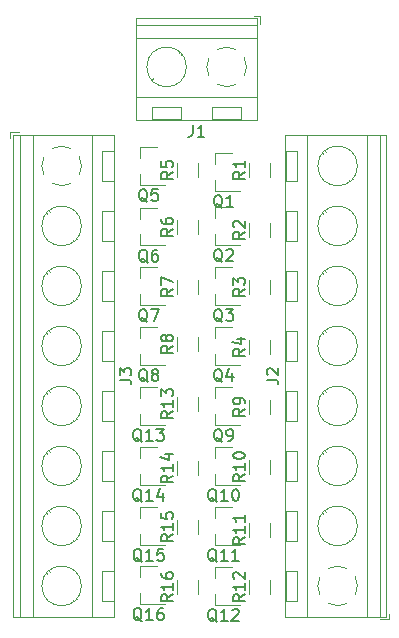
<source format=gbr>
%TF.GenerationSoftware,KiCad,Pcbnew,6.0.0-unknown-30ec895~86~ubuntu16.04.1*%
%TF.CreationDate,2021-05-25T09:51:37+03:00*%
%TF.ProjectId,npn-to-pnp,6e706e2d-746f-42d7-906e-702e6b696361,rev?*%
%TF.SameCoordinates,Original*%
%TF.FileFunction,Legend,Top*%
%TF.FilePolarity,Positive*%
%FSLAX46Y46*%
G04 Gerber Fmt 4.6, Leading zero omitted, Abs format (unit mm)*
G04 Created by KiCad (PCBNEW 6.0.0-unknown-30ec895~86~ubuntu16.04.1) date 2021-05-25 09:51:37*
%MOMM*%
%LPD*%
G04 APERTURE LIST*
%ADD10C,0.120000*%
%ADD11C,0.150000*%
G04 APERTURE END LIST*
D10*
%TO.C,R16*%
X100702000Y-89396000D02*
X100702000Y-90596000D01*
X98942000Y-90596000D02*
X98942000Y-89396000D01*
%TO.C,R15*%
X100702000Y-84316000D02*
X100702000Y-85516000D01*
X98942000Y-85516000D02*
X98942000Y-84316000D01*
%TO.C,R14*%
X100702000Y-79330000D02*
X100702000Y-80530000D01*
X98942000Y-80530000D02*
X98942000Y-79330000D01*
%TO.C,R13*%
X100702000Y-73902000D02*
X100702000Y-75102000D01*
X98942000Y-75102000D02*
X98942000Y-73902000D01*
%TO.C,R12*%
X106798000Y-89396000D02*
X106798000Y-90596000D01*
X105038000Y-90596000D02*
X105038000Y-89396000D01*
%TO.C,R11*%
X106798000Y-84570000D02*
X106798000Y-85770000D01*
X105038000Y-85770000D02*
X105038000Y-84570000D01*
%TO.C,R10*%
X106798000Y-79236000D02*
X106798000Y-80436000D01*
X105038000Y-80436000D02*
X105038000Y-79236000D01*
%TO.C,R9*%
X106798000Y-74156000D02*
X106798000Y-75356000D01*
X105038000Y-75356000D02*
X105038000Y-74156000D01*
%TO.C,R8*%
X100702000Y-68822000D02*
X100702000Y-70022000D01*
X98942000Y-70022000D02*
X98942000Y-68822000D01*
%TO.C,R7*%
X100702000Y-63996000D02*
X100702000Y-65196000D01*
X98942000Y-65196000D02*
X98942000Y-63996000D01*
%TO.C,R6*%
X100702000Y-58916000D02*
X100702000Y-60116000D01*
X98942000Y-60116000D02*
X98942000Y-58916000D01*
%TO.C,R5*%
X100702000Y-54090000D02*
X100702000Y-55290000D01*
X98942000Y-55290000D02*
X98942000Y-54090000D01*
%TO.C,R4*%
X106798000Y-69076000D02*
X106798000Y-70276000D01*
X105038000Y-70276000D02*
X105038000Y-69076000D01*
%TO.C,R3*%
X106798000Y-63996000D02*
X106798000Y-65196000D01*
X105038000Y-65196000D02*
X105038000Y-63996000D01*
%TO.C,R2*%
X106798000Y-59170000D02*
X106798000Y-60370000D01*
X105038000Y-60370000D02*
X105038000Y-59170000D01*
%TO.C,R1*%
X106798000Y-54090000D02*
X106798000Y-55290000D01*
X105038000Y-55290000D02*
X105038000Y-54090000D01*
%TO.C,Q16*%
X95776000Y-88270000D02*
X95776000Y-89200000D01*
X95776000Y-91430000D02*
X95776000Y-90500000D01*
X95776000Y-91430000D02*
X97936000Y-91430000D01*
X95776000Y-88270000D02*
X97236000Y-88270000D01*
%TO.C,Q15*%
X95776000Y-83256000D02*
X95776000Y-84186000D01*
X95776000Y-86416000D02*
X95776000Y-85486000D01*
X95776000Y-86416000D02*
X97936000Y-86416000D01*
X95776000Y-83256000D02*
X97236000Y-83256000D01*
%TO.C,Q14*%
X95760000Y-78176000D02*
X95760000Y-79106000D01*
X95760000Y-81336000D02*
X95760000Y-80406000D01*
X95760000Y-81336000D02*
X97920000Y-81336000D01*
X95760000Y-78176000D02*
X97220000Y-78176000D01*
%TO.C,Q13*%
X95760000Y-73096000D02*
X95760000Y-74026000D01*
X95760000Y-76256000D02*
X95760000Y-75326000D01*
X95760000Y-76256000D02*
X97920000Y-76256000D01*
X95760000Y-73096000D02*
X97220000Y-73096000D01*
%TO.C,Q12*%
X102110000Y-88336000D02*
X102110000Y-89266000D01*
X102110000Y-91496000D02*
X102110000Y-90566000D01*
X102110000Y-91496000D02*
X104270000Y-91496000D01*
X102110000Y-88336000D02*
X103570000Y-88336000D01*
%TO.C,Q11*%
X102110000Y-83256000D02*
X102110000Y-84186000D01*
X102110000Y-86416000D02*
X102110000Y-85486000D01*
X102110000Y-86416000D02*
X104270000Y-86416000D01*
X102110000Y-83256000D02*
X103570000Y-83256000D01*
%TO.C,Q10*%
X102110000Y-78176000D02*
X102110000Y-79106000D01*
X102110000Y-81336000D02*
X102110000Y-80406000D01*
X102110000Y-81336000D02*
X104270000Y-81336000D01*
X102110000Y-78176000D02*
X103570000Y-78176000D01*
%TO.C,Q9*%
X102110000Y-73096000D02*
X102110000Y-74026000D01*
X102110000Y-76256000D02*
X102110000Y-75326000D01*
X102110000Y-76256000D02*
X104270000Y-76256000D01*
X102110000Y-73096000D02*
X103570000Y-73096000D01*
%TO.C,Q8*%
X95776000Y-68016000D02*
X95776000Y-68946000D01*
X95776000Y-71176000D02*
X95776000Y-70246000D01*
X95776000Y-71176000D02*
X97936000Y-71176000D01*
X95776000Y-68016000D02*
X97236000Y-68016000D01*
%TO.C,Q7*%
X95760000Y-62936000D02*
X95760000Y-63866000D01*
X95760000Y-66096000D02*
X95760000Y-65166000D01*
X95760000Y-66096000D02*
X97920000Y-66096000D01*
X95760000Y-62936000D02*
X97220000Y-62936000D01*
%TO.C,Q6*%
X95776000Y-57922000D02*
X95776000Y-58852000D01*
X95776000Y-61082000D02*
X95776000Y-60152000D01*
X95776000Y-61082000D02*
X97936000Y-61082000D01*
X95776000Y-57922000D02*
X97236000Y-57922000D01*
%TO.C,Q5*%
X95760000Y-52776000D02*
X95760000Y-53706000D01*
X95760000Y-55936000D02*
X95760000Y-55006000D01*
X95760000Y-55936000D02*
X97920000Y-55936000D01*
X95760000Y-52776000D02*
X97220000Y-52776000D01*
%TO.C,Q4*%
X102110000Y-68016000D02*
X102110000Y-68946000D01*
X102110000Y-71176000D02*
X102110000Y-70246000D01*
X102110000Y-71176000D02*
X104270000Y-71176000D01*
X102110000Y-68016000D02*
X103570000Y-68016000D01*
%TO.C,Q3*%
X102110000Y-62936000D02*
X102110000Y-63866000D01*
X102110000Y-66096000D02*
X102110000Y-65166000D01*
X102110000Y-66096000D02*
X104270000Y-66096000D01*
X102110000Y-62936000D02*
X103570000Y-62936000D01*
%TO.C,Q2*%
X102110000Y-57856000D02*
X102110000Y-58786000D01*
X102110000Y-61016000D02*
X102110000Y-60086000D01*
X102110000Y-61016000D02*
X104270000Y-61016000D01*
X102110000Y-57856000D02*
X103570000Y-57856000D01*
%TO.C,Q1*%
X102110000Y-53284000D02*
X102110000Y-54214000D01*
X102110000Y-56444000D02*
X102110000Y-55514000D01*
X102110000Y-56444000D02*
X104270000Y-56444000D01*
X102110000Y-53284000D02*
X103570000Y-53284000D01*
%TO.C,J3*%
X90834000Y-59436000D02*
G75*
G03X90834000Y-59436000I-1680000J0D01*
G01*
X90834000Y-64516000D02*
G75*
G03X90834000Y-64516000I-1680000J0D01*
G01*
X90834000Y-69596000D02*
G75*
G03X90834000Y-69596000I-1680000J0D01*
G01*
X90834000Y-74676000D02*
G75*
G03X90834000Y-74676000I-1680000J0D01*
G01*
X90834000Y-79756000D02*
G75*
G03X90834000Y-79756000I-1680000J0D01*
G01*
X90834000Y-84836000D02*
G75*
G03X90834000Y-84836000I-1680000J0D01*
G01*
X90834000Y-89916000D02*
G75*
G03X90834000Y-89916000I-1680000J0D01*
G01*
X85604000Y-51756000D02*
X85604000Y-92516000D01*
X86704000Y-51756000D02*
X86704000Y-92516000D01*
X91704000Y-51756000D02*
X91704000Y-92516000D01*
X93614000Y-51756000D02*
X85044000Y-51756000D01*
X85044000Y-51756000D02*
X85044000Y-92516000D01*
X85044000Y-92516000D02*
X93614000Y-92516000D01*
X93614000Y-92516000D02*
X93614000Y-51756000D01*
X93554000Y-53106000D02*
X93554000Y-55606000D01*
X92554000Y-53106000D02*
X92554000Y-55606000D01*
X93554000Y-53106000D02*
X92554000Y-53106000D01*
X93554000Y-55606000D02*
X92554000Y-55606000D01*
X90223000Y-60711000D02*
X90130000Y-60617000D01*
X87938000Y-58426000D02*
X87880000Y-58367000D01*
X90429000Y-60506000D02*
X90370000Y-60447000D01*
X88178000Y-58256000D02*
X88085000Y-58162000D01*
X93554000Y-58186000D02*
X93554000Y-60686000D01*
X92554000Y-58186000D02*
X92554000Y-60686000D01*
X93554000Y-58186000D02*
X92554000Y-58186000D01*
X93554000Y-60686000D02*
X92554000Y-60686000D01*
X90223000Y-65791000D02*
X90130000Y-65697000D01*
X87938000Y-63506000D02*
X87880000Y-63447000D01*
X90429000Y-65586000D02*
X90370000Y-65527000D01*
X88178000Y-63336000D02*
X88085000Y-63242000D01*
X93554000Y-63266000D02*
X93554000Y-65766000D01*
X92554000Y-63266000D02*
X92554000Y-65766000D01*
X93554000Y-63266000D02*
X92554000Y-63266000D01*
X93554000Y-65766000D02*
X92554000Y-65766000D01*
X90223000Y-70871000D02*
X90130000Y-70777000D01*
X87938000Y-68586000D02*
X87880000Y-68527000D01*
X90429000Y-70666000D02*
X90370000Y-70607000D01*
X88178000Y-68416000D02*
X88085000Y-68322000D01*
X93554000Y-68346000D02*
X93554000Y-70846000D01*
X92554000Y-68346000D02*
X92554000Y-70846000D01*
X93554000Y-68346000D02*
X92554000Y-68346000D01*
X93554000Y-70846000D02*
X92554000Y-70846000D01*
X90223000Y-75951000D02*
X90130000Y-75857000D01*
X87938000Y-73666000D02*
X87880000Y-73607000D01*
X90429000Y-75746000D02*
X90370000Y-75687000D01*
X88178000Y-73496000D02*
X88085000Y-73402000D01*
X93554000Y-73426000D02*
X93554000Y-75926000D01*
X92554000Y-73426000D02*
X92554000Y-75926000D01*
X93554000Y-73426000D02*
X92554000Y-73426000D01*
X93554000Y-75926000D02*
X92554000Y-75926000D01*
X90223000Y-81031000D02*
X90130000Y-80937000D01*
X87938000Y-78746000D02*
X87880000Y-78687000D01*
X90429000Y-80826000D02*
X90370000Y-80767000D01*
X88178000Y-78576000D02*
X88085000Y-78482000D01*
X93554000Y-78506000D02*
X93554000Y-81006000D01*
X92554000Y-78506000D02*
X92554000Y-81006000D01*
X93554000Y-78506000D02*
X92554000Y-78506000D01*
X93554000Y-81006000D02*
X92554000Y-81006000D01*
X90223000Y-86111000D02*
X90130000Y-86017000D01*
X87938000Y-83826000D02*
X87880000Y-83767000D01*
X90429000Y-85906000D02*
X90370000Y-85847000D01*
X88178000Y-83656000D02*
X88085000Y-83562000D01*
X93554000Y-83586000D02*
X93554000Y-86086000D01*
X92554000Y-83586000D02*
X92554000Y-86086000D01*
X93554000Y-83586000D02*
X92554000Y-83586000D01*
X93554000Y-86086000D02*
X92554000Y-86086000D01*
X90223000Y-91191000D02*
X90130000Y-91097000D01*
X87938000Y-88906000D02*
X87880000Y-88847000D01*
X90429000Y-90986000D02*
X90370000Y-90927000D01*
X88178000Y-88736000D02*
X88085000Y-88642000D01*
X93554000Y-88666000D02*
X93554000Y-91166000D01*
X92554000Y-88666000D02*
X92554000Y-91166000D01*
X93554000Y-88666000D02*
X92554000Y-88666000D01*
X93554000Y-91166000D02*
X92554000Y-91166000D01*
X85544000Y-51516000D02*
X84804000Y-51516000D01*
X84804000Y-51516000D02*
X84804000Y-52016000D01*
X87473550Y-54385383D02*
G75*
G02X87670000Y-53567000I1680450J29383D01*
G01*
X88364912Y-52872047D02*
G75*
G02X89943000Y-52872000I789088J-1483953D01*
G01*
X90637953Y-53566912D02*
G75*
G02X90638000Y-55145000I-1483953J-789088D01*
G01*
X89943088Y-55839953D02*
G75*
G02X88365000Y-55840000I-789088J1483953D01*
G01*
X87670648Y-55144712D02*
G75*
G02X87474000Y-54356000I1483352J788712D01*
G01*
%TO.C,J2*%
X114202000Y-84836000D02*
G75*
G03X114202000Y-84836000I-1680000J0D01*
G01*
X114202000Y-79756000D02*
G75*
G03X114202000Y-79756000I-1680000J0D01*
G01*
X114202000Y-74676000D02*
G75*
G03X114202000Y-74676000I-1680000J0D01*
G01*
X114202000Y-69596000D02*
G75*
G03X114202000Y-69596000I-1680000J0D01*
G01*
X114202000Y-64516000D02*
G75*
G03X114202000Y-64516000I-1680000J0D01*
G01*
X114202000Y-59436000D02*
G75*
G03X114202000Y-59436000I-1680000J0D01*
G01*
X114202000Y-54356000D02*
G75*
G03X114202000Y-54356000I-1680000J0D01*
G01*
X116072000Y-92516000D02*
X116072000Y-51756000D01*
X114972000Y-92516000D02*
X114972000Y-51756000D01*
X109972000Y-92516000D02*
X109972000Y-51756000D01*
X108062000Y-92516000D02*
X116632000Y-92516000D01*
X116632000Y-92516000D02*
X116632000Y-51756000D01*
X116632000Y-51756000D02*
X108062000Y-51756000D01*
X108062000Y-51756000D02*
X108062000Y-92516000D01*
X108122000Y-91166000D02*
X108122000Y-88666000D01*
X109122000Y-91166000D02*
X109122000Y-88666000D01*
X108122000Y-91166000D02*
X109122000Y-91166000D01*
X108122000Y-88666000D02*
X109122000Y-88666000D01*
X111453000Y-83561000D02*
X111546000Y-83655000D01*
X113738000Y-85846000D02*
X113796000Y-85905000D01*
X111247000Y-83766000D02*
X111306000Y-83825000D01*
X113498000Y-86016000D02*
X113591000Y-86110000D01*
X108122000Y-86086000D02*
X108122000Y-83586000D01*
X109122000Y-86086000D02*
X109122000Y-83586000D01*
X108122000Y-86086000D02*
X109122000Y-86086000D01*
X108122000Y-83586000D02*
X109122000Y-83586000D01*
X111453000Y-78481000D02*
X111546000Y-78575000D01*
X113738000Y-80766000D02*
X113796000Y-80825000D01*
X111247000Y-78686000D02*
X111306000Y-78745000D01*
X113498000Y-80936000D02*
X113591000Y-81030000D01*
X108122000Y-81006000D02*
X108122000Y-78506000D01*
X109122000Y-81006000D02*
X109122000Y-78506000D01*
X108122000Y-81006000D02*
X109122000Y-81006000D01*
X108122000Y-78506000D02*
X109122000Y-78506000D01*
X111453000Y-73401000D02*
X111546000Y-73495000D01*
X113738000Y-75686000D02*
X113796000Y-75745000D01*
X111247000Y-73606000D02*
X111306000Y-73665000D01*
X113498000Y-75856000D02*
X113591000Y-75950000D01*
X108122000Y-75926000D02*
X108122000Y-73426000D01*
X109122000Y-75926000D02*
X109122000Y-73426000D01*
X108122000Y-75926000D02*
X109122000Y-75926000D01*
X108122000Y-73426000D02*
X109122000Y-73426000D01*
X111453000Y-68321000D02*
X111546000Y-68415000D01*
X113738000Y-70606000D02*
X113796000Y-70665000D01*
X111247000Y-68526000D02*
X111306000Y-68585000D01*
X113498000Y-70776000D02*
X113591000Y-70870000D01*
X108122000Y-70846000D02*
X108122000Y-68346000D01*
X109122000Y-70846000D02*
X109122000Y-68346000D01*
X108122000Y-70846000D02*
X109122000Y-70846000D01*
X108122000Y-68346000D02*
X109122000Y-68346000D01*
X111453000Y-63241000D02*
X111546000Y-63335000D01*
X113738000Y-65526000D02*
X113796000Y-65585000D01*
X111247000Y-63446000D02*
X111306000Y-63505000D01*
X113498000Y-65696000D02*
X113591000Y-65790000D01*
X108122000Y-65766000D02*
X108122000Y-63266000D01*
X109122000Y-65766000D02*
X109122000Y-63266000D01*
X108122000Y-65766000D02*
X109122000Y-65766000D01*
X108122000Y-63266000D02*
X109122000Y-63266000D01*
X111453000Y-58161000D02*
X111546000Y-58255000D01*
X113738000Y-60446000D02*
X113796000Y-60505000D01*
X111247000Y-58366000D02*
X111306000Y-58425000D01*
X113498000Y-60616000D02*
X113591000Y-60710000D01*
X108122000Y-60686000D02*
X108122000Y-58186000D01*
X109122000Y-60686000D02*
X109122000Y-58186000D01*
X108122000Y-60686000D02*
X109122000Y-60686000D01*
X108122000Y-58186000D02*
X109122000Y-58186000D01*
X111453000Y-53081000D02*
X111546000Y-53175000D01*
X113738000Y-55366000D02*
X113796000Y-55425000D01*
X111247000Y-53286000D02*
X111306000Y-53345000D01*
X113498000Y-55536000D02*
X113591000Y-55630000D01*
X108122000Y-55606000D02*
X108122000Y-53106000D01*
X109122000Y-55606000D02*
X109122000Y-53106000D01*
X108122000Y-55606000D02*
X109122000Y-55606000D01*
X108122000Y-53106000D02*
X109122000Y-53106000D01*
X116132000Y-92756000D02*
X116872000Y-92756000D01*
X116872000Y-92756000D02*
X116872000Y-92256000D01*
X114202450Y-89886617D02*
G75*
G02X114006000Y-90705000I-1680450J-29383D01*
G01*
X113311088Y-91399953D02*
G75*
G02X111733000Y-91400000I-789088J1483953D01*
G01*
X111038047Y-90705088D02*
G75*
G02X111038000Y-89127000I1483953J789088D01*
G01*
X111732912Y-88432047D02*
G75*
G02X113311000Y-88432000I789088J-1483953D01*
G01*
X114005352Y-89127288D02*
G75*
G02X114202000Y-89916000I-1483352J-788712D01*
G01*
%TO.C,J1*%
X99724000Y-45974000D02*
G75*
G03X99724000Y-45974000I-1680000J0D01*
G01*
X105724000Y-42424000D02*
X95444000Y-42424000D01*
X105724000Y-43524000D02*
X95444000Y-43524000D01*
X105724000Y-48524000D02*
X95444000Y-48524000D01*
X105724000Y-50434000D02*
X105724000Y-41864000D01*
X105724000Y-41864000D02*
X95444000Y-41864000D01*
X95444000Y-41864000D02*
X95444000Y-50434000D01*
X95444000Y-50434000D02*
X105724000Y-50434000D01*
X104374000Y-50374000D02*
X101874000Y-50374000D01*
X104374000Y-49374000D02*
X101874000Y-49374000D01*
X104374000Y-50374000D02*
X104374000Y-49374000D01*
X101874000Y-50374000D02*
X101874000Y-49374000D01*
X96769000Y-47043000D02*
X96863000Y-46950000D01*
X99054000Y-44758000D02*
X99113000Y-44700000D01*
X96974000Y-47249000D02*
X97033000Y-47190000D01*
X99224000Y-44998000D02*
X99318000Y-44905000D01*
X99294000Y-50374000D02*
X96794000Y-50374000D01*
X99294000Y-49374000D02*
X96794000Y-49374000D01*
X99294000Y-50374000D02*
X99294000Y-49374000D01*
X96794000Y-50374000D02*
X96794000Y-49374000D01*
X105964000Y-42364000D02*
X105964000Y-41624000D01*
X105964000Y-41624000D02*
X105464000Y-41624000D01*
X103094617Y-44293550D02*
G75*
G02X103913000Y-44490000I29383J-1680450D01*
G01*
X104607953Y-45184912D02*
G75*
G02X104608000Y-46763000I-1483953J-789088D01*
G01*
X103913088Y-47457953D02*
G75*
G02X102335000Y-47458000I-789088J1483953D01*
G01*
X101640047Y-46763088D02*
G75*
G02X101640000Y-45185000I1483953J789088D01*
G01*
X102335288Y-44490648D02*
G75*
G02X103124000Y-44294000I788712J-1483352D01*
G01*
%TO.C,R16*%
D11*
X98574380Y-90638857D02*
X98098190Y-90972190D01*
X98574380Y-91210285D02*
X97574380Y-91210285D01*
X97574380Y-90829333D01*
X97622000Y-90734095D01*
X97669619Y-90686476D01*
X97764857Y-90638857D01*
X97907714Y-90638857D01*
X98002952Y-90686476D01*
X98050571Y-90734095D01*
X98098190Y-90829333D01*
X98098190Y-91210285D01*
X98574380Y-89686476D02*
X98574380Y-90257904D01*
X98574380Y-89972190D02*
X97574380Y-89972190D01*
X97717238Y-90067428D01*
X97812476Y-90162666D01*
X97860095Y-90257904D01*
X97574380Y-88829333D02*
X97574380Y-89019809D01*
X97622000Y-89115047D01*
X97669619Y-89162666D01*
X97812476Y-89257904D01*
X98002952Y-89305523D01*
X98383904Y-89305523D01*
X98479142Y-89257904D01*
X98526761Y-89210285D01*
X98574380Y-89115047D01*
X98574380Y-88924571D01*
X98526761Y-88829333D01*
X98479142Y-88781714D01*
X98383904Y-88734095D01*
X98145809Y-88734095D01*
X98050571Y-88781714D01*
X98002952Y-88829333D01*
X97955333Y-88924571D01*
X97955333Y-89115047D01*
X98002952Y-89210285D01*
X98050571Y-89257904D01*
X98145809Y-89305523D01*
%TO.C,R15*%
X98574380Y-85558857D02*
X98098190Y-85892190D01*
X98574380Y-86130285D02*
X97574380Y-86130285D01*
X97574380Y-85749333D01*
X97622000Y-85654095D01*
X97669619Y-85606476D01*
X97764857Y-85558857D01*
X97907714Y-85558857D01*
X98002952Y-85606476D01*
X98050571Y-85654095D01*
X98098190Y-85749333D01*
X98098190Y-86130285D01*
X98574380Y-84606476D02*
X98574380Y-85177904D01*
X98574380Y-84892190D02*
X97574380Y-84892190D01*
X97717238Y-84987428D01*
X97812476Y-85082666D01*
X97860095Y-85177904D01*
X97574380Y-83701714D02*
X97574380Y-84177904D01*
X98050571Y-84225523D01*
X98002952Y-84177904D01*
X97955333Y-84082666D01*
X97955333Y-83844571D01*
X98002952Y-83749333D01*
X98050571Y-83701714D01*
X98145809Y-83654095D01*
X98383904Y-83654095D01*
X98479142Y-83701714D01*
X98526761Y-83749333D01*
X98574380Y-83844571D01*
X98574380Y-84082666D01*
X98526761Y-84177904D01*
X98479142Y-84225523D01*
%TO.C,R14*%
X98574380Y-80572857D02*
X98098190Y-80906190D01*
X98574380Y-81144285D02*
X97574380Y-81144285D01*
X97574380Y-80763333D01*
X97622000Y-80668095D01*
X97669619Y-80620476D01*
X97764857Y-80572857D01*
X97907714Y-80572857D01*
X98002952Y-80620476D01*
X98050571Y-80668095D01*
X98098190Y-80763333D01*
X98098190Y-81144285D01*
X98574380Y-79620476D02*
X98574380Y-80191904D01*
X98574380Y-79906190D02*
X97574380Y-79906190D01*
X97717238Y-80001428D01*
X97812476Y-80096666D01*
X97860095Y-80191904D01*
X97907714Y-78763333D02*
X98574380Y-78763333D01*
X97526761Y-79001428D02*
X98241047Y-79239523D01*
X98241047Y-78620476D01*
%TO.C,R13*%
X98574380Y-75144857D02*
X98098190Y-75478190D01*
X98574380Y-75716285D02*
X97574380Y-75716285D01*
X97574380Y-75335333D01*
X97622000Y-75240095D01*
X97669619Y-75192476D01*
X97764857Y-75144857D01*
X97907714Y-75144857D01*
X98002952Y-75192476D01*
X98050571Y-75240095D01*
X98098190Y-75335333D01*
X98098190Y-75716285D01*
X98574380Y-74192476D02*
X98574380Y-74763904D01*
X98574380Y-74478190D02*
X97574380Y-74478190D01*
X97717238Y-74573428D01*
X97812476Y-74668666D01*
X97860095Y-74763904D01*
X97574380Y-73859142D02*
X97574380Y-73240095D01*
X97955333Y-73573428D01*
X97955333Y-73430571D01*
X98002952Y-73335333D01*
X98050571Y-73287714D01*
X98145809Y-73240095D01*
X98383904Y-73240095D01*
X98479142Y-73287714D01*
X98526761Y-73335333D01*
X98574380Y-73430571D01*
X98574380Y-73716285D01*
X98526761Y-73811523D01*
X98479142Y-73859142D01*
%TO.C,R12*%
X104670380Y-90638857D02*
X104194190Y-90972190D01*
X104670380Y-91210285D02*
X103670380Y-91210285D01*
X103670380Y-90829333D01*
X103718000Y-90734095D01*
X103765619Y-90686476D01*
X103860857Y-90638857D01*
X104003714Y-90638857D01*
X104098952Y-90686476D01*
X104146571Y-90734095D01*
X104194190Y-90829333D01*
X104194190Y-91210285D01*
X104670380Y-89686476D02*
X104670380Y-90257904D01*
X104670380Y-89972190D02*
X103670380Y-89972190D01*
X103813238Y-90067428D01*
X103908476Y-90162666D01*
X103956095Y-90257904D01*
X103765619Y-89305523D02*
X103718000Y-89257904D01*
X103670380Y-89162666D01*
X103670380Y-88924571D01*
X103718000Y-88829333D01*
X103765619Y-88781714D01*
X103860857Y-88734095D01*
X103956095Y-88734095D01*
X104098952Y-88781714D01*
X104670380Y-89353142D01*
X104670380Y-88734095D01*
%TO.C,R11*%
X104670380Y-85812857D02*
X104194190Y-86146190D01*
X104670380Y-86384285D02*
X103670380Y-86384285D01*
X103670380Y-86003333D01*
X103718000Y-85908095D01*
X103765619Y-85860476D01*
X103860857Y-85812857D01*
X104003714Y-85812857D01*
X104098952Y-85860476D01*
X104146571Y-85908095D01*
X104194190Y-86003333D01*
X104194190Y-86384285D01*
X104670380Y-84860476D02*
X104670380Y-85431904D01*
X104670380Y-85146190D02*
X103670380Y-85146190D01*
X103813238Y-85241428D01*
X103908476Y-85336666D01*
X103956095Y-85431904D01*
X104670380Y-83908095D02*
X104670380Y-84479523D01*
X104670380Y-84193809D02*
X103670380Y-84193809D01*
X103813238Y-84289047D01*
X103908476Y-84384285D01*
X103956095Y-84479523D01*
%TO.C,R10*%
X104670380Y-80478857D02*
X104194190Y-80812190D01*
X104670380Y-81050285D02*
X103670380Y-81050285D01*
X103670380Y-80669333D01*
X103718000Y-80574095D01*
X103765619Y-80526476D01*
X103860857Y-80478857D01*
X104003714Y-80478857D01*
X104098952Y-80526476D01*
X104146571Y-80574095D01*
X104194190Y-80669333D01*
X104194190Y-81050285D01*
X104670380Y-79526476D02*
X104670380Y-80097904D01*
X104670380Y-79812190D02*
X103670380Y-79812190D01*
X103813238Y-79907428D01*
X103908476Y-80002666D01*
X103956095Y-80097904D01*
X103670380Y-78907428D02*
X103670380Y-78812190D01*
X103718000Y-78716952D01*
X103765619Y-78669333D01*
X103860857Y-78621714D01*
X104051333Y-78574095D01*
X104289428Y-78574095D01*
X104479904Y-78621714D01*
X104575142Y-78669333D01*
X104622761Y-78716952D01*
X104670380Y-78812190D01*
X104670380Y-78907428D01*
X104622761Y-79002666D01*
X104575142Y-79050285D01*
X104479904Y-79097904D01*
X104289428Y-79145523D01*
X104051333Y-79145523D01*
X103860857Y-79097904D01*
X103765619Y-79050285D01*
X103718000Y-79002666D01*
X103670380Y-78907428D01*
%TO.C,R9*%
X104670380Y-74922666D02*
X104194190Y-75256000D01*
X104670380Y-75494095D02*
X103670380Y-75494095D01*
X103670380Y-75113142D01*
X103718000Y-75017904D01*
X103765619Y-74970285D01*
X103860857Y-74922666D01*
X104003714Y-74922666D01*
X104098952Y-74970285D01*
X104146571Y-75017904D01*
X104194190Y-75113142D01*
X104194190Y-75494095D01*
X104670380Y-74446476D02*
X104670380Y-74256000D01*
X104622761Y-74160761D01*
X104575142Y-74113142D01*
X104432285Y-74017904D01*
X104241809Y-73970285D01*
X103860857Y-73970285D01*
X103765619Y-74017904D01*
X103718000Y-74065523D01*
X103670380Y-74160761D01*
X103670380Y-74351238D01*
X103718000Y-74446476D01*
X103765619Y-74494095D01*
X103860857Y-74541714D01*
X104098952Y-74541714D01*
X104194190Y-74494095D01*
X104241809Y-74446476D01*
X104289428Y-74351238D01*
X104289428Y-74160761D01*
X104241809Y-74065523D01*
X104194190Y-74017904D01*
X104098952Y-73970285D01*
%TO.C,R8*%
X98574380Y-69588666D02*
X98098190Y-69922000D01*
X98574380Y-70160095D02*
X97574380Y-70160095D01*
X97574380Y-69779142D01*
X97622000Y-69683904D01*
X97669619Y-69636285D01*
X97764857Y-69588666D01*
X97907714Y-69588666D01*
X98002952Y-69636285D01*
X98050571Y-69683904D01*
X98098190Y-69779142D01*
X98098190Y-70160095D01*
X98002952Y-69017238D02*
X97955333Y-69112476D01*
X97907714Y-69160095D01*
X97812476Y-69207714D01*
X97764857Y-69207714D01*
X97669619Y-69160095D01*
X97622000Y-69112476D01*
X97574380Y-69017238D01*
X97574380Y-68826761D01*
X97622000Y-68731523D01*
X97669619Y-68683904D01*
X97764857Y-68636285D01*
X97812476Y-68636285D01*
X97907714Y-68683904D01*
X97955333Y-68731523D01*
X98002952Y-68826761D01*
X98002952Y-69017238D01*
X98050571Y-69112476D01*
X98098190Y-69160095D01*
X98193428Y-69207714D01*
X98383904Y-69207714D01*
X98479142Y-69160095D01*
X98526761Y-69112476D01*
X98574380Y-69017238D01*
X98574380Y-68826761D01*
X98526761Y-68731523D01*
X98479142Y-68683904D01*
X98383904Y-68636285D01*
X98193428Y-68636285D01*
X98098190Y-68683904D01*
X98050571Y-68731523D01*
X98002952Y-68826761D01*
%TO.C,R7*%
X98574380Y-64762666D02*
X98098190Y-65096000D01*
X98574380Y-65334095D02*
X97574380Y-65334095D01*
X97574380Y-64953142D01*
X97622000Y-64857904D01*
X97669619Y-64810285D01*
X97764857Y-64762666D01*
X97907714Y-64762666D01*
X98002952Y-64810285D01*
X98050571Y-64857904D01*
X98098190Y-64953142D01*
X98098190Y-65334095D01*
X97574380Y-64429333D02*
X97574380Y-63762666D01*
X98574380Y-64191238D01*
%TO.C,R6*%
X98574380Y-59682666D02*
X98098190Y-60016000D01*
X98574380Y-60254095D02*
X97574380Y-60254095D01*
X97574380Y-59873142D01*
X97622000Y-59777904D01*
X97669619Y-59730285D01*
X97764857Y-59682666D01*
X97907714Y-59682666D01*
X98002952Y-59730285D01*
X98050571Y-59777904D01*
X98098190Y-59873142D01*
X98098190Y-60254095D01*
X97574380Y-58825523D02*
X97574380Y-59016000D01*
X97622000Y-59111238D01*
X97669619Y-59158857D01*
X97812476Y-59254095D01*
X98002952Y-59301714D01*
X98383904Y-59301714D01*
X98479142Y-59254095D01*
X98526761Y-59206476D01*
X98574380Y-59111238D01*
X98574380Y-58920761D01*
X98526761Y-58825523D01*
X98479142Y-58777904D01*
X98383904Y-58730285D01*
X98145809Y-58730285D01*
X98050571Y-58777904D01*
X98002952Y-58825523D01*
X97955333Y-58920761D01*
X97955333Y-59111238D01*
X98002952Y-59206476D01*
X98050571Y-59254095D01*
X98145809Y-59301714D01*
%TO.C,R5*%
X98574380Y-54856666D02*
X98098190Y-55190000D01*
X98574380Y-55428095D02*
X97574380Y-55428095D01*
X97574380Y-55047142D01*
X97622000Y-54951904D01*
X97669619Y-54904285D01*
X97764857Y-54856666D01*
X97907714Y-54856666D01*
X98002952Y-54904285D01*
X98050571Y-54951904D01*
X98098190Y-55047142D01*
X98098190Y-55428095D01*
X97574380Y-53951904D02*
X97574380Y-54428095D01*
X98050571Y-54475714D01*
X98002952Y-54428095D01*
X97955333Y-54332857D01*
X97955333Y-54094761D01*
X98002952Y-53999523D01*
X98050571Y-53951904D01*
X98145809Y-53904285D01*
X98383904Y-53904285D01*
X98479142Y-53951904D01*
X98526761Y-53999523D01*
X98574380Y-54094761D01*
X98574380Y-54332857D01*
X98526761Y-54428095D01*
X98479142Y-54475714D01*
%TO.C,R4*%
X104670380Y-69842666D02*
X104194190Y-70176000D01*
X104670380Y-70414095D02*
X103670380Y-70414095D01*
X103670380Y-70033142D01*
X103718000Y-69937904D01*
X103765619Y-69890285D01*
X103860857Y-69842666D01*
X104003714Y-69842666D01*
X104098952Y-69890285D01*
X104146571Y-69937904D01*
X104194190Y-70033142D01*
X104194190Y-70414095D01*
X104003714Y-68985523D02*
X104670380Y-68985523D01*
X103622761Y-69223619D02*
X104337047Y-69461714D01*
X104337047Y-68842666D01*
%TO.C,R3*%
X104670380Y-64762666D02*
X104194190Y-65096000D01*
X104670380Y-65334095D02*
X103670380Y-65334095D01*
X103670380Y-64953142D01*
X103718000Y-64857904D01*
X103765619Y-64810285D01*
X103860857Y-64762666D01*
X104003714Y-64762666D01*
X104098952Y-64810285D01*
X104146571Y-64857904D01*
X104194190Y-64953142D01*
X104194190Y-65334095D01*
X103670380Y-64429333D02*
X103670380Y-63810285D01*
X104051333Y-64143619D01*
X104051333Y-64000761D01*
X104098952Y-63905523D01*
X104146571Y-63857904D01*
X104241809Y-63810285D01*
X104479904Y-63810285D01*
X104575142Y-63857904D01*
X104622761Y-63905523D01*
X104670380Y-64000761D01*
X104670380Y-64286476D01*
X104622761Y-64381714D01*
X104575142Y-64429333D01*
%TO.C,R2*%
X104670380Y-59936666D02*
X104194190Y-60270000D01*
X104670380Y-60508095D02*
X103670380Y-60508095D01*
X103670380Y-60127142D01*
X103718000Y-60031904D01*
X103765619Y-59984285D01*
X103860857Y-59936666D01*
X104003714Y-59936666D01*
X104098952Y-59984285D01*
X104146571Y-60031904D01*
X104194190Y-60127142D01*
X104194190Y-60508095D01*
X103765619Y-59555714D02*
X103718000Y-59508095D01*
X103670380Y-59412857D01*
X103670380Y-59174761D01*
X103718000Y-59079523D01*
X103765619Y-59031904D01*
X103860857Y-58984285D01*
X103956095Y-58984285D01*
X104098952Y-59031904D01*
X104670380Y-59603333D01*
X104670380Y-58984285D01*
%TO.C,R1*%
X104670380Y-54856666D02*
X104194190Y-55190000D01*
X104670380Y-55428095D02*
X103670380Y-55428095D01*
X103670380Y-55047142D01*
X103718000Y-54951904D01*
X103765619Y-54904285D01*
X103860857Y-54856666D01*
X104003714Y-54856666D01*
X104098952Y-54904285D01*
X104146571Y-54951904D01*
X104194190Y-55047142D01*
X104194190Y-55428095D01*
X104670380Y-53904285D02*
X104670380Y-54475714D01*
X104670380Y-54190000D02*
X103670380Y-54190000D01*
X103813238Y-54285238D01*
X103908476Y-54380476D01*
X103956095Y-54475714D01*
%TO.C,Q16*%
X95964571Y-92897619D02*
X95869333Y-92850000D01*
X95774095Y-92754761D01*
X95631238Y-92611904D01*
X95536000Y-92564285D01*
X95440761Y-92564285D01*
X95488380Y-92802380D02*
X95393142Y-92754761D01*
X95297904Y-92659523D01*
X95250285Y-92469047D01*
X95250285Y-92135714D01*
X95297904Y-91945238D01*
X95393142Y-91850000D01*
X95488380Y-91802380D01*
X95678857Y-91802380D01*
X95774095Y-91850000D01*
X95869333Y-91945238D01*
X95916952Y-92135714D01*
X95916952Y-92469047D01*
X95869333Y-92659523D01*
X95774095Y-92754761D01*
X95678857Y-92802380D01*
X95488380Y-92802380D01*
X96869333Y-92802380D02*
X96297904Y-92802380D01*
X96583619Y-92802380D02*
X96583619Y-91802380D01*
X96488380Y-91945238D01*
X96393142Y-92040476D01*
X96297904Y-92088095D01*
X97726476Y-91802380D02*
X97536000Y-91802380D01*
X97440761Y-91850000D01*
X97393142Y-91897619D01*
X97297904Y-92040476D01*
X97250285Y-92230952D01*
X97250285Y-92611904D01*
X97297904Y-92707142D01*
X97345523Y-92754761D01*
X97440761Y-92802380D01*
X97631238Y-92802380D01*
X97726476Y-92754761D01*
X97774095Y-92707142D01*
X97821714Y-92611904D01*
X97821714Y-92373809D01*
X97774095Y-92278571D01*
X97726476Y-92230952D01*
X97631238Y-92183333D01*
X97440761Y-92183333D01*
X97345523Y-92230952D01*
X97297904Y-92278571D01*
X97250285Y-92373809D01*
%TO.C,Q15*%
X95964571Y-87883619D02*
X95869333Y-87836000D01*
X95774095Y-87740761D01*
X95631238Y-87597904D01*
X95536000Y-87550285D01*
X95440761Y-87550285D01*
X95488380Y-87788380D02*
X95393142Y-87740761D01*
X95297904Y-87645523D01*
X95250285Y-87455047D01*
X95250285Y-87121714D01*
X95297904Y-86931238D01*
X95393142Y-86836000D01*
X95488380Y-86788380D01*
X95678857Y-86788380D01*
X95774095Y-86836000D01*
X95869333Y-86931238D01*
X95916952Y-87121714D01*
X95916952Y-87455047D01*
X95869333Y-87645523D01*
X95774095Y-87740761D01*
X95678857Y-87788380D01*
X95488380Y-87788380D01*
X96869333Y-87788380D02*
X96297904Y-87788380D01*
X96583619Y-87788380D02*
X96583619Y-86788380D01*
X96488380Y-86931238D01*
X96393142Y-87026476D01*
X96297904Y-87074095D01*
X97774095Y-86788380D02*
X97297904Y-86788380D01*
X97250285Y-87264571D01*
X97297904Y-87216952D01*
X97393142Y-87169333D01*
X97631238Y-87169333D01*
X97726476Y-87216952D01*
X97774095Y-87264571D01*
X97821714Y-87359809D01*
X97821714Y-87597904D01*
X97774095Y-87693142D01*
X97726476Y-87740761D01*
X97631238Y-87788380D01*
X97393142Y-87788380D01*
X97297904Y-87740761D01*
X97250285Y-87693142D01*
%TO.C,Q14*%
X95948571Y-82803619D02*
X95853333Y-82756000D01*
X95758095Y-82660761D01*
X95615238Y-82517904D01*
X95520000Y-82470285D01*
X95424761Y-82470285D01*
X95472380Y-82708380D02*
X95377142Y-82660761D01*
X95281904Y-82565523D01*
X95234285Y-82375047D01*
X95234285Y-82041714D01*
X95281904Y-81851238D01*
X95377142Y-81756000D01*
X95472380Y-81708380D01*
X95662857Y-81708380D01*
X95758095Y-81756000D01*
X95853333Y-81851238D01*
X95900952Y-82041714D01*
X95900952Y-82375047D01*
X95853333Y-82565523D01*
X95758095Y-82660761D01*
X95662857Y-82708380D01*
X95472380Y-82708380D01*
X96853333Y-82708380D02*
X96281904Y-82708380D01*
X96567619Y-82708380D02*
X96567619Y-81708380D01*
X96472380Y-81851238D01*
X96377142Y-81946476D01*
X96281904Y-81994095D01*
X97710476Y-82041714D02*
X97710476Y-82708380D01*
X97472380Y-81660761D02*
X97234285Y-82375047D01*
X97853333Y-82375047D01*
%TO.C,Q13*%
X95948571Y-77723619D02*
X95853333Y-77676000D01*
X95758095Y-77580761D01*
X95615238Y-77437904D01*
X95520000Y-77390285D01*
X95424761Y-77390285D01*
X95472380Y-77628380D02*
X95377142Y-77580761D01*
X95281904Y-77485523D01*
X95234285Y-77295047D01*
X95234285Y-76961714D01*
X95281904Y-76771238D01*
X95377142Y-76676000D01*
X95472380Y-76628380D01*
X95662857Y-76628380D01*
X95758095Y-76676000D01*
X95853333Y-76771238D01*
X95900952Y-76961714D01*
X95900952Y-77295047D01*
X95853333Y-77485523D01*
X95758095Y-77580761D01*
X95662857Y-77628380D01*
X95472380Y-77628380D01*
X96853333Y-77628380D02*
X96281904Y-77628380D01*
X96567619Y-77628380D02*
X96567619Y-76628380D01*
X96472380Y-76771238D01*
X96377142Y-76866476D01*
X96281904Y-76914095D01*
X97186666Y-76628380D02*
X97805714Y-76628380D01*
X97472380Y-77009333D01*
X97615238Y-77009333D01*
X97710476Y-77056952D01*
X97758095Y-77104571D01*
X97805714Y-77199809D01*
X97805714Y-77437904D01*
X97758095Y-77533142D01*
X97710476Y-77580761D01*
X97615238Y-77628380D01*
X97329523Y-77628380D01*
X97234285Y-77580761D01*
X97186666Y-77533142D01*
%TO.C,Q12*%
X102298571Y-92963619D02*
X102203333Y-92916000D01*
X102108095Y-92820761D01*
X101965238Y-92677904D01*
X101870000Y-92630285D01*
X101774761Y-92630285D01*
X101822380Y-92868380D02*
X101727142Y-92820761D01*
X101631904Y-92725523D01*
X101584285Y-92535047D01*
X101584285Y-92201714D01*
X101631904Y-92011238D01*
X101727142Y-91916000D01*
X101822380Y-91868380D01*
X102012857Y-91868380D01*
X102108095Y-91916000D01*
X102203333Y-92011238D01*
X102250952Y-92201714D01*
X102250952Y-92535047D01*
X102203333Y-92725523D01*
X102108095Y-92820761D01*
X102012857Y-92868380D01*
X101822380Y-92868380D01*
X103203333Y-92868380D02*
X102631904Y-92868380D01*
X102917619Y-92868380D02*
X102917619Y-91868380D01*
X102822380Y-92011238D01*
X102727142Y-92106476D01*
X102631904Y-92154095D01*
X103584285Y-91963619D02*
X103631904Y-91916000D01*
X103727142Y-91868380D01*
X103965238Y-91868380D01*
X104060476Y-91916000D01*
X104108095Y-91963619D01*
X104155714Y-92058857D01*
X104155714Y-92154095D01*
X104108095Y-92296952D01*
X103536666Y-92868380D01*
X104155714Y-92868380D01*
%TO.C,Q11*%
X102298571Y-87883619D02*
X102203333Y-87836000D01*
X102108095Y-87740761D01*
X101965238Y-87597904D01*
X101870000Y-87550285D01*
X101774761Y-87550285D01*
X101822380Y-87788380D02*
X101727142Y-87740761D01*
X101631904Y-87645523D01*
X101584285Y-87455047D01*
X101584285Y-87121714D01*
X101631904Y-86931238D01*
X101727142Y-86836000D01*
X101822380Y-86788380D01*
X102012857Y-86788380D01*
X102108095Y-86836000D01*
X102203333Y-86931238D01*
X102250952Y-87121714D01*
X102250952Y-87455047D01*
X102203333Y-87645523D01*
X102108095Y-87740761D01*
X102012857Y-87788380D01*
X101822380Y-87788380D01*
X103203333Y-87788380D02*
X102631904Y-87788380D01*
X102917619Y-87788380D02*
X102917619Y-86788380D01*
X102822380Y-86931238D01*
X102727142Y-87026476D01*
X102631904Y-87074095D01*
X104155714Y-87788380D02*
X103584285Y-87788380D01*
X103870000Y-87788380D02*
X103870000Y-86788380D01*
X103774761Y-86931238D01*
X103679523Y-87026476D01*
X103584285Y-87074095D01*
%TO.C,Q10*%
X102298571Y-82803619D02*
X102203333Y-82756000D01*
X102108095Y-82660761D01*
X101965238Y-82517904D01*
X101870000Y-82470285D01*
X101774761Y-82470285D01*
X101822380Y-82708380D02*
X101727142Y-82660761D01*
X101631904Y-82565523D01*
X101584285Y-82375047D01*
X101584285Y-82041714D01*
X101631904Y-81851238D01*
X101727142Y-81756000D01*
X101822380Y-81708380D01*
X102012857Y-81708380D01*
X102108095Y-81756000D01*
X102203333Y-81851238D01*
X102250952Y-82041714D01*
X102250952Y-82375047D01*
X102203333Y-82565523D01*
X102108095Y-82660761D01*
X102012857Y-82708380D01*
X101822380Y-82708380D01*
X103203333Y-82708380D02*
X102631904Y-82708380D01*
X102917619Y-82708380D02*
X102917619Y-81708380D01*
X102822380Y-81851238D01*
X102727142Y-81946476D01*
X102631904Y-81994095D01*
X103822380Y-81708380D02*
X103917619Y-81708380D01*
X104012857Y-81756000D01*
X104060476Y-81803619D01*
X104108095Y-81898857D01*
X104155714Y-82089333D01*
X104155714Y-82327428D01*
X104108095Y-82517904D01*
X104060476Y-82613142D01*
X104012857Y-82660761D01*
X103917619Y-82708380D01*
X103822380Y-82708380D01*
X103727142Y-82660761D01*
X103679523Y-82613142D01*
X103631904Y-82517904D01*
X103584285Y-82327428D01*
X103584285Y-82089333D01*
X103631904Y-81898857D01*
X103679523Y-81803619D01*
X103727142Y-81756000D01*
X103822380Y-81708380D01*
%TO.C,Q9*%
X102774761Y-77723619D02*
X102679523Y-77676000D01*
X102584285Y-77580761D01*
X102441428Y-77437904D01*
X102346190Y-77390285D01*
X102250952Y-77390285D01*
X102298571Y-77628380D02*
X102203333Y-77580761D01*
X102108095Y-77485523D01*
X102060476Y-77295047D01*
X102060476Y-76961714D01*
X102108095Y-76771238D01*
X102203333Y-76676000D01*
X102298571Y-76628380D01*
X102489047Y-76628380D01*
X102584285Y-76676000D01*
X102679523Y-76771238D01*
X102727142Y-76961714D01*
X102727142Y-77295047D01*
X102679523Y-77485523D01*
X102584285Y-77580761D01*
X102489047Y-77628380D01*
X102298571Y-77628380D01*
X103203333Y-77628380D02*
X103393809Y-77628380D01*
X103489047Y-77580761D01*
X103536666Y-77533142D01*
X103631904Y-77390285D01*
X103679523Y-77199809D01*
X103679523Y-76818857D01*
X103631904Y-76723619D01*
X103584285Y-76676000D01*
X103489047Y-76628380D01*
X103298571Y-76628380D01*
X103203333Y-76676000D01*
X103155714Y-76723619D01*
X103108095Y-76818857D01*
X103108095Y-77056952D01*
X103155714Y-77152190D01*
X103203333Y-77199809D01*
X103298571Y-77247428D01*
X103489047Y-77247428D01*
X103584285Y-77199809D01*
X103631904Y-77152190D01*
X103679523Y-77056952D01*
%TO.C,Q8*%
X96440761Y-72643619D02*
X96345523Y-72596000D01*
X96250285Y-72500761D01*
X96107428Y-72357904D01*
X96012190Y-72310285D01*
X95916952Y-72310285D01*
X95964571Y-72548380D02*
X95869333Y-72500761D01*
X95774095Y-72405523D01*
X95726476Y-72215047D01*
X95726476Y-71881714D01*
X95774095Y-71691238D01*
X95869333Y-71596000D01*
X95964571Y-71548380D01*
X96155047Y-71548380D01*
X96250285Y-71596000D01*
X96345523Y-71691238D01*
X96393142Y-71881714D01*
X96393142Y-72215047D01*
X96345523Y-72405523D01*
X96250285Y-72500761D01*
X96155047Y-72548380D01*
X95964571Y-72548380D01*
X96964571Y-71976952D02*
X96869333Y-71929333D01*
X96821714Y-71881714D01*
X96774095Y-71786476D01*
X96774095Y-71738857D01*
X96821714Y-71643619D01*
X96869333Y-71596000D01*
X96964571Y-71548380D01*
X97155047Y-71548380D01*
X97250285Y-71596000D01*
X97297904Y-71643619D01*
X97345523Y-71738857D01*
X97345523Y-71786476D01*
X97297904Y-71881714D01*
X97250285Y-71929333D01*
X97155047Y-71976952D01*
X96964571Y-71976952D01*
X96869333Y-72024571D01*
X96821714Y-72072190D01*
X96774095Y-72167428D01*
X96774095Y-72357904D01*
X96821714Y-72453142D01*
X96869333Y-72500761D01*
X96964571Y-72548380D01*
X97155047Y-72548380D01*
X97250285Y-72500761D01*
X97297904Y-72453142D01*
X97345523Y-72357904D01*
X97345523Y-72167428D01*
X97297904Y-72072190D01*
X97250285Y-72024571D01*
X97155047Y-71976952D01*
%TO.C,Q7*%
X96424761Y-67563619D02*
X96329523Y-67516000D01*
X96234285Y-67420761D01*
X96091428Y-67277904D01*
X95996190Y-67230285D01*
X95900952Y-67230285D01*
X95948571Y-67468380D02*
X95853333Y-67420761D01*
X95758095Y-67325523D01*
X95710476Y-67135047D01*
X95710476Y-66801714D01*
X95758095Y-66611238D01*
X95853333Y-66516000D01*
X95948571Y-66468380D01*
X96139047Y-66468380D01*
X96234285Y-66516000D01*
X96329523Y-66611238D01*
X96377142Y-66801714D01*
X96377142Y-67135047D01*
X96329523Y-67325523D01*
X96234285Y-67420761D01*
X96139047Y-67468380D01*
X95948571Y-67468380D01*
X96710476Y-66468380D02*
X97377142Y-66468380D01*
X96948571Y-67468380D01*
%TO.C,Q6*%
X96440761Y-62549619D02*
X96345523Y-62502000D01*
X96250285Y-62406761D01*
X96107428Y-62263904D01*
X96012190Y-62216285D01*
X95916952Y-62216285D01*
X95964571Y-62454380D02*
X95869333Y-62406761D01*
X95774095Y-62311523D01*
X95726476Y-62121047D01*
X95726476Y-61787714D01*
X95774095Y-61597238D01*
X95869333Y-61502000D01*
X95964571Y-61454380D01*
X96155047Y-61454380D01*
X96250285Y-61502000D01*
X96345523Y-61597238D01*
X96393142Y-61787714D01*
X96393142Y-62121047D01*
X96345523Y-62311523D01*
X96250285Y-62406761D01*
X96155047Y-62454380D01*
X95964571Y-62454380D01*
X97250285Y-61454380D02*
X97059809Y-61454380D01*
X96964571Y-61502000D01*
X96916952Y-61549619D01*
X96821714Y-61692476D01*
X96774095Y-61882952D01*
X96774095Y-62263904D01*
X96821714Y-62359142D01*
X96869333Y-62406761D01*
X96964571Y-62454380D01*
X97155047Y-62454380D01*
X97250285Y-62406761D01*
X97297904Y-62359142D01*
X97345523Y-62263904D01*
X97345523Y-62025809D01*
X97297904Y-61930571D01*
X97250285Y-61882952D01*
X97155047Y-61835333D01*
X96964571Y-61835333D01*
X96869333Y-61882952D01*
X96821714Y-61930571D01*
X96774095Y-62025809D01*
%TO.C,Q5*%
X96424761Y-57403619D02*
X96329523Y-57356000D01*
X96234285Y-57260761D01*
X96091428Y-57117904D01*
X95996190Y-57070285D01*
X95900952Y-57070285D01*
X95948571Y-57308380D02*
X95853333Y-57260761D01*
X95758095Y-57165523D01*
X95710476Y-56975047D01*
X95710476Y-56641714D01*
X95758095Y-56451238D01*
X95853333Y-56356000D01*
X95948571Y-56308380D01*
X96139047Y-56308380D01*
X96234285Y-56356000D01*
X96329523Y-56451238D01*
X96377142Y-56641714D01*
X96377142Y-56975047D01*
X96329523Y-57165523D01*
X96234285Y-57260761D01*
X96139047Y-57308380D01*
X95948571Y-57308380D01*
X97281904Y-56308380D02*
X96805714Y-56308380D01*
X96758095Y-56784571D01*
X96805714Y-56736952D01*
X96900952Y-56689333D01*
X97139047Y-56689333D01*
X97234285Y-56736952D01*
X97281904Y-56784571D01*
X97329523Y-56879809D01*
X97329523Y-57117904D01*
X97281904Y-57213142D01*
X97234285Y-57260761D01*
X97139047Y-57308380D01*
X96900952Y-57308380D01*
X96805714Y-57260761D01*
X96758095Y-57213142D01*
%TO.C,Q4*%
X102774761Y-72643619D02*
X102679523Y-72596000D01*
X102584285Y-72500761D01*
X102441428Y-72357904D01*
X102346190Y-72310285D01*
X102250952Y-72310285D01*
X102298571Y-72548380D02*
X102203333Y-72500761D01*
X102108095Y-72405523D01*
X102060476Y-72215047D01*
X102060476Y-71881714D01*
X102108095Y-71691238D01*
X102203333Y-71596000D01*
X102298571Y-71548380D01*
X102489047Y-71548380D01*
X102584285Y-71596000D01*
X102679523Y-71691238D01*
X102727142Y-71881714D01*
X102727142Y-72215047D01*
X102679523Y-72405523D01*
X102584285Y-72500761D01*
X102489047Y-72548380D01*
X102298571Y-72548380D01*
X103584285Y-71881714D02*
X103584285Y-72548380D01*
X103346190Y-71500761D02*
X103108095Y-72215047D01*
X103727142Y-72215047D01*
%TO.C,Q3*%
X102774761Y-67563619D02*
X102679523Y-67516000D01*
X102584285Y-67420761D01*
X102441428Y-67277904D01*
X102346190Y-67230285D01*
X102250952Y-67230285D01*
X102298571Y-67468380D02*
X102203333Y-67420761D01*
X102108095Y-67325523D01*
X102060476Y-67135047D01*
X102060476Y-66801714D01*
X102108095Y-66611238D01*
X102203333Y-66516000D01*
X102298571Y-66468380D01*
X102489047Y-66468380D01*
X102584285Y-66516000D01*
X102679523Y-66611238D01*
X102727142Y-66801714D01*
X102727142Y-67135047D01*
X102679523Y-67325523D01*
X102584285Y-67420761D01*
X102489047Y-67468380D01*
X102298571Y-67468380D01*
X103060476Y-66468380D02*
X103679523Y-66468380D01*
X103346190Y-66849333D01*
X103489047Y-66849333D01*
X103584285Y-66896952D01*
X103631904Y-66944571D01*
X103679523Y-67039809D01*
X103679523Y-67277904D01*
X103631904Y-67373142D01*
X103584285Y-67420761D01*
X103489047Y-67468380D01*
X103203333Y-67468380D01*
X103108095Y-67420761D01*
X103060476Y-67373142D01*
%TO.C,Q2*%
X102774761Y-62483619D02*
X102679523Y-62436000D01*
X102584285Y-62340761D01*
X102441428Y-62197904D01*
X102346190Y-62150285D01*
X102250952Y-62150285D01*
X102298571Y-62388380D02*
X102203333Y-62340761D01*
X102108095Y-62245523D01*
X102060476Y-62055047D01*
X102060476Y-61721714D01*
X102108095Y-61531238D01*
X102203333Y-61436000D01*
X102298571Y-61388380D01*
X102489047Y-61388380D01*
X102584285Y-61436000D01*
X102679523Y-61531238D01*
X102727142Y-61721714D01*
X102727142Y-62055047D01*
X102679523Y-62245523D01*
X102584285Y-62340761D01*
X102489047Y-62388380D01*
X102298571Y-62388380D01*
X103108095Y-61483619D02*
X103155714Y-61436000D01*
X103250952Y-61388380D01*
X103489047Y-61388380D01*
X103584285Y-61436000D01*
X103631904Y-61483619D01*
X103679523Y-61578857D01*
X103679523Y-61674095D01*
X103631904Y-61816952D01*
X103060476Y-62388380D01*
X103679523Y-62388380D01*
%TO.C,Q1*%
X102774761Y-57911619D02*
X102679523Y-57864000D01*
X102584285Y-57768761D01*
X102441428Y-57625904D01*
X102346190Y-57578285D01*
X102250952Y-57578285D01*
X102298571Y-57816380D02*
X102203333Y-57768761D01*
X102108095Y-57673523D01*
X102060476Y-57483047D01*
X102060476Y-57149714D01*
X102108095Y-56959238D01*
X102203333Y-56864000D01*
X102298571Y-56816380D01*
X102489047Y-56816380D01*
X102584285Y-56864000D01*
X102679523Y-56959238D01*
X102727142Y-57149714D01*
X102727142Y-57483047D01*
X102679523Y-57673523D01*
X102584285Y-57768761D01*
X102489047Y-57816380D01*
X102298571Y-57816380D01*
X103679523Y-57816380D02*
X103108095Y-57816380D01*
X103393809Y-57816380D02*
X103393809Y-56816380D01*
X103298571Y-56959238D01*
X103203333Y-57054476D01*
X103108095Y-57102095D01*
%TO.C,J3*%
X94066380Y-72469333D02*
X94780666Y-72469333D01*
X94923523Y-72516952D01*
X95018761Y-72612190D01*
X95066380Y-72755047D01*
X95066380Y-72850285D01*
X94066380Y-72088380D02*
X94066380Y-71469333D01*
X94447333Y-71802666D01*
X94447333Y-71659809D01*
X94494952Y-71564571D01*
X94542571Y-71516952D01*
X94637809Y-71469333D01*
X94875904Y-71469333D01*
X94971142Y-71516952D01*
X95018761Y-71564571D01*
X95066380Y-71659809D01*
X95066380Y-71945523D01*
X95018761Y-72040761D01*
X94971142Y-72088380D01*
%TO.C,J2*%
X106514380Y-72469333D02*
X107228666Y-72469333D01*
X107371523Y-72516952D01*
X107466761Y-72612190D01*
X107514380Y-72755047D01*
X107514380Y-72850285D01*
X106609619Y-72040761D02*
X106562000Y-71993142D01*
X106514380Y-71897904D01*
X106514380Y-71659809D01*
X106562000Y-71564571D01*
X106609619Y-71516952D01*
X106704857Y-71469333D01*
X106800095Y-71469333D01*
X106942952Y-71516952D01*
X107514380Y-72088380D01*
X107514380Y-71469333D01*
%TO.C,J1*%
X100250666Y-50886380D02*
X100250666Y-51600666D01*
X100203047Y-51743523D01*
X100107809Y-51838761D01*
X99964952Y-51886380D01*
X99869714Y-51886380D01*
X101250666Y-51886380D02*
X100679238Y-51886380D01*
X100964952Y-51886380D02*
X100964952Y-50886380D01*
X100869714Y-51029238D01*
X100774476Y-51124476D01*
X100679238Y-51172095D01*
%TD*%
M02*

</source>
